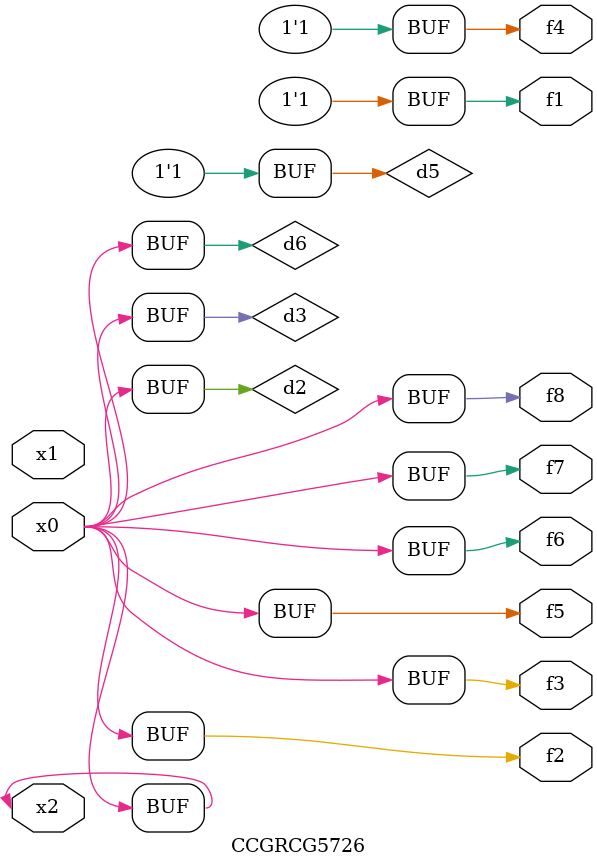
<source format=v>
module CCGRCG5726(
	input x0, x1, x2,
	output f1, f2, f3, f4, f5, f6, f7, f8
);

	wire d1, d2, d3, d4, d5, d6;

	xnor (d1, x2);
	buf (d2, x0, x2);
	and (d3, x0);
	xnor (d4, x1, x2);
	nand (d5, d1, d3);
	buf (d6, d2, d3);
	assign f1 = d5;
	assign f2 = d6;
	assign f3 = d6;
	assign f4 = d5;
	assign f5 = d6;
	assign f6 = d6;
	assign f7 = d6;
	assign f8 = d6;
endmodule

</source>
